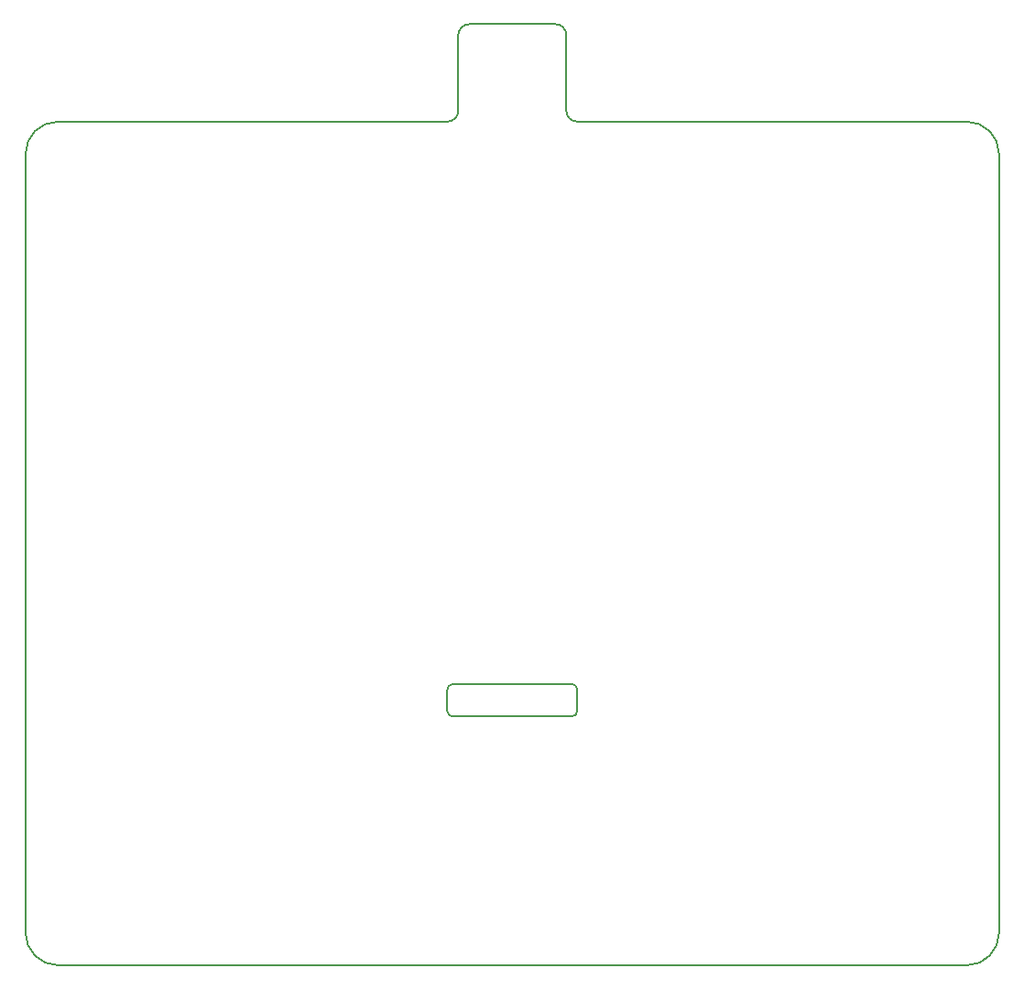
<source format=gm1>
G04*
G04 #@! TF.GenerationSoftware,Altium Limited,Altium Designer,22.1.2 (22)*
G04*
G04 Layer_Color=16711935*
%FSLAX44Y44*%
%MOMM*%
G71*
G04*
G04 #@! TF.SameCoordinates,DC0EFF74-F3D2-441A-B5B2-ABEB85199A1F*
G04*
G04*
G04 #@! TF.FilePolarity,Positive*
G04*
G01*
G75*
%ADD10C,0.2032*%
D10*
X500000Y860000D02*
G03*
X490000Y870000I-10000J0D01*
G01*
X410000D02*
G03*
X400000Y860000I0J-10000D01*
G01*
X390000Y780000D02*
G03*
X400000Y790000I0J10000D01*
G01*
X500000D02*
G03*
X510000Y780000I10000J0D01*
G01*
X505000Y230000D02*
G03*
X510000Y235000I0J5000D01*
G01*
X390000D02*
G03*
X395000Y230000I5000J0D01*
G01*
Y260000D02*
G03*
X390000Y255000I0J-5000D01*
G01*
X510000D02*
G03*
X505000Y260000I-5000J0D01*
G01*
X900000Y750000D02*
G03*
X870000Y780000I-30000J0D01*
G01*
X870000Y0D02*
G03*
X900000Y30000I0J30000D01*
G01*
X0D02*
G03*
X30000Y0I30000J0D01*
G01*
X30000Y780000D02*
G03*
X0Y750000I0J-30000D01*
G01*
X410000Y870000D02*
X490000D01*
X400000Y790000D02*
Y860000D01*
X500000Y790000D02*
Y860000D01*
X340000Y780000D02*
X390000D01*
X510000Y780000D02*
X560000D01*
X30000Y780000D02*
X340000D01*
X560000Y780000D02*
X850000Y780000D01*
X395000Y230000D02*
X505000D01*
X390000Y235000D02*
Y255000D01*
X395000Y260000D02*
X505000D01*
X510000Y235000D02*
Y255000D01*
X0Y730000D02*
Y750000D01*
X850000Y780000D02*
X870000D01*
X900000Y540000D02*
Y750000D01*
Y30000D02*
Y160000D01*
X30000Y0D02*
X870000D01*
X0Y30000D02*
Y730000D01*
X900000Y160000D02*
Y540000D01*
M02*

</source>
